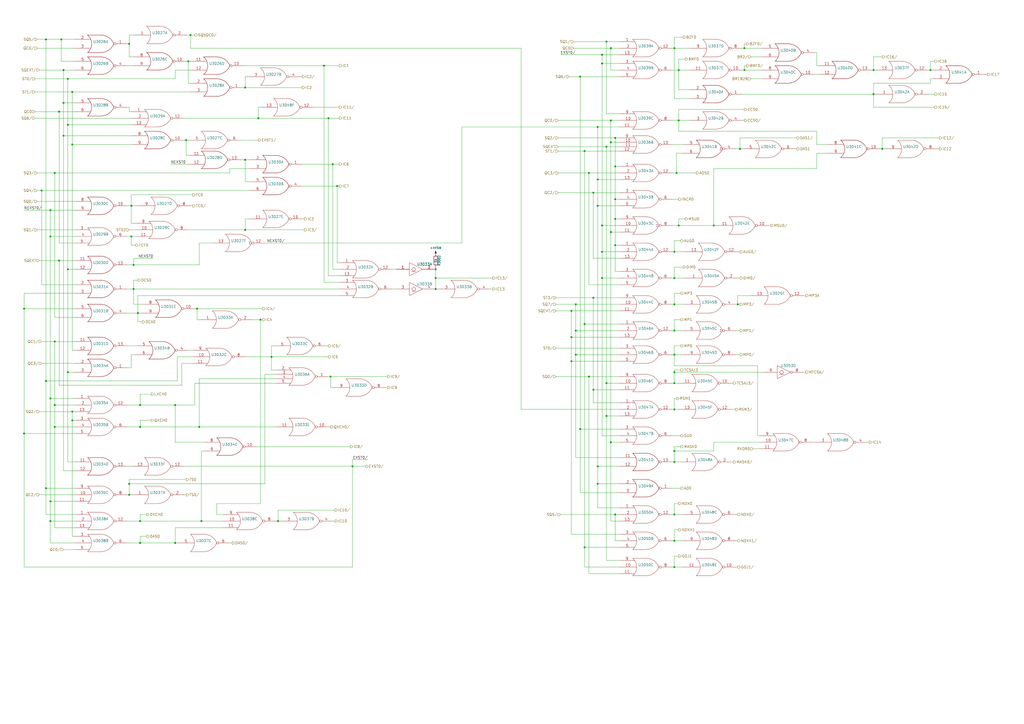
<source format=kicad_sch>
(kicad_sch (version 20211123) (generator eeschema)
  (paper "A2")
  (junction (at 356.87 115.57))
  (junction (at 109.22 35.56))
  (junction (at 31.75 100.33))
  (junction (at 346.71 104.14))
  (junction (at 506.73 54.61))
  (junction (at 539.75 40.64))
  (junction (at 80.01 181.61))
  (junction (at 354.33 69.85))
  (junction (at 81.28 314.96))
  (junction (at 101.6 234.95))
  (junction (at 391.16 298.45))
  (junction (at 149.86 68.58))
  (junction (at 101.6 314.96))
  (junction (at 354.33 256.54))
  (junction (at 252.73 156.21))
  (junction (at 157.48 207.01))
  (junction (at 29.21 231.14))
  (junction (at 41.91 83.82))
  (junction (at 77.47 153.67))
  (junction (at 506.73 40.64))
  (junction (at 331.47 209.55))
  (junction (at 391.16 215.9))
  (junction (at 339.09 187.96))
  (junction (at 339.09 317.5))
  (junction (at 142.24 133.35))
  (junction (at 391.16 27.94))
  (junction (at 26.67 283.21))
  (junction (at 351.79 241.3))
  (junction (at 76.2 137.16))
  (junction (at 24.13 110.49))
  (junction (at 39.37 72.39))
  (junction (at 331.47 195.58))
  (junction (at 356.87 80.01))
  (junction (at 187.96 38.1))
  (junction (at 13.97 179.07))
  (junction (at 427.99 176.53))
  (junction (at 393.7 40.64))
  (junction (at 351.79 24.13))
  (junction (at 115.57 247.65))
  (junction (at 142.24 92.71))
  (junction (at 391.16 222.25))
  (junction (at 29.21 137.16))
  (junction (at 41.91 53.34))
  (junction (at 511.81 86.36))
  (junction (at 391.16 146.05))
  (junction (at 74.93 287.02))
  (junction (at 13.97 251.46))
  (junction (at 431.8 27.94))
  (junction (at 151.13 185.42))
  (junction (at 81.28 247.65))
  (junction (at 341.63 100.33))
  (junction (at 391.16 313.69))
  (junction (at 351.79 85.09))
  (junction (at 346.71 270.51))
  (junction (at 334.01 191.77))
  (junction (at 142.24 50.8))
  (junction (at 351.79 222.25))
  (junction (at 344.17 226.06))
  (junction (at 77.47 167.64))
  (junction (at 391.16 161.29))
  (junction (at 29.21 302.26))
  (junction (at 391.16 237.49))
  (junction (at 35.56 22.86))
  (junction (at 39.37 156.21))
  (junction (at 393.7 69.85))
  (junction (at 334.01 205.74))
  (junction (at 252.73 167.64))
  (junction (at 36.83 78.74))
  (junction (at 76.2 119.38))
  (junction (at 349.25 31.75))
  (junction (at 190.5 68.58))
  (junction (at 107.95 81.28))
  (junction (at 191.77 218.44))
  (junction (at 344.17 172.72))
  (junction (at 31.75 198.12))
  (junction (at 356.87 142.24))
  (junction (at 331.47 180.34))
  (junction (at 252.73 161.29))
  (junction (at 334.01 176.53))
  (junction (at 110.49 20.32))
  (junction (at 391.16 328.93))
  (junction (at 161.29 302.26))
  (junction (at 31.75 247.65))
  (junction (at 74.93 280.67))
  (junction (at 354.33 82.55))
  (junction (at 391.16 261.62))
  (junction (at 356.87 298.45))
  (junction (at 393.7 130.81))
  (junction (at 414.02 130.81))
  (junction (at 204.47 270.51))
  (junction (at 81.28 234.95))
  (junction (at 349.25 130.81))
  (junction (at 114.3 179.07))
  (junction (at 41.91 238.76))
  (junction (at 31.75 234.95))
  (junction (at 116.84 302.26))
  (junction (at 391.16 176.53))
  (junction (at 195.58 107.95))
  (junction (at 336.55 248.92))
  (junction (at 391.16 205.74))
  (junction (at 39.37 215.9))
  (junction (at 29.21 290.83))
  (junction (at 193.04 95.25))
  (junction (at 391.16 191.77))
  (junction (at 344.17 111.76))
  (junction (at 429.26 86.36))
  (junction (at 354.33 134.62))
  (junction (at 346.71 280.67))
  (junction (at 341.63 218.44))
  (junction (at 354.33 27.94))
  (junction (at 356.87 127))
  (junction (at 26.67 22.86))
  (junction (at 346.71 119.38))
  (junction (at 392.43 100.33))
  (junction (at 34.29 64.77))
  (junction (at 339.09 87.63))
  (junction (at 356.87 96.52))
  (junction (at 349.25 146.05))
  (junction (at 29.21 121.92))
  (junction (at 81.28 302.26))
  (junction (at 39.37 45.72))
  (junction (at 74.93 25.4))
  (junction (at 346.71 73.66))
  (junction (at 36.83 59.69))
  (junction (at 41.91 243.84))
  (junction (at 26.67 220.98))
  (junction (at 336.55 44.45))
  (junction (at 349.25 36.83))
  (junction (at 431.8 40.64))
  (junction (at 34.29 151.13))
  (junction (at 36.83 40.64))
  (junction (at 349.25 161.29))
  (junction (at 391.16 267.97))
  (wire (pts (xy 142.24 50.8) (xy 175.26 50.8)))
  (wire (pts (xy 356.87 80.01) (xy 356.87 96.52)))
  (wire (pts (xy 43.18 179.07) (xy 13.97 179.07)))
  (wire (pts (xy 351.79 222.25) (xy 359.41 222.25)))
  (wire (pts (xy 351.79 325.12) (xy 359.41 325.12)))
  (wire (pts (xy 331.47 195.58) (xy 331.47 209.55)))
  (wire (pts (xy 73.66 302.26) (xy 81.28 302.26)))
  (wire (pts (xy 391.16 200.66) (xy 391.16 205.74)))
  (wire (pts (xy 26.67 22.86) (xy 35.56 22.86)))
  (wire (pts (xy 81.28 228.6) (xy 87.63 228.6)))
  (wire (pts (xy 106.68 270.51) (xy 204.47 270.51)))
  (wire (pts (xy 394.97 200.66) (xy 391.16 200.66)))
  (wire (pts (xy 354.33 82.55) (xy 359.41 82.55)))
  (wire (pts (xy 190.5 247.65) (xy 191.77 247.65)))
  (wire (pts (xy 116.84 261.62) (xy 118.11 261.62)))
  (wire (pts (xy 538.48 40.64) (xy 539.75 40.64)))
  (wire (pts (xy 539.75 48.26) (xy 539.75 45.72)))
  (wire (pts (xy 153.67 140.97) (xy 267.97 140.97)))
  (wire (pts (xy 349.25 252.73) (xy 359.41 252.73)))
  (wire (pts (xy 102.87 207.01) (xy 111.76 207.01)))
  (wire (pts (xy 389.89 237.49) (xy 391.16 237.49)))
  (wire (pts (xy 354.33 69.85) (xy 359.41 69.85)))
  (wire (pts (xy 74.93 133.35) (xy 78.74 133.35)))
  (wire (pts (xy 346.71 280.67) (xy 346.71 294.64)))
  (wire (pts (xy 20.32 45.72) (xy 39.37 45.72)))
  (wire (pts (xy 336.55 285.75) (xy 359.41 285.75)))
  (wire (pts (xy 173.99 44.45) (xy 175.26 44.45)))
  (wire (pts (xy 195.58 107.95) (xy 196.85 107.95)))
  (wire (pts (xy 187.96 38.1) (xy 187.96 163.83)))
  (wire (pts (xy 13.97 251.46) (xy 13.97 328.93)))
  (wire (pts (xy 391.16 170.18) (xy 394.97 170.18)))
  (wire (pts (xy 427.99 146.05) (xy 429.26 146.05)))
  (wire (pts (xy 351.79 24.13) (xy 359.41 24.13)))
  (wire (pts (xy 393.7 76.2) (xy 473.71 76.2)))
  (wire (pts (xy 391.16 307.34) (xy 393.7 307.34)))
  (wire (pts (xy 76.2 113.03) (xy 76.2 119.38)))
  (wire (pts (xy 116.84 302.26) (xy 129.54 302.26)))
  (wire (pts (xy 76.2 119.38) (xy 80.01 119.38)))
  (wire (pts (xy 392.43 100.33) (xy 392.43 88.9)))
  (wire (pts (xy 389.89 328.93) (xy 391.16 328.93)))
  (wire (pts (xy 73.66 167.64) (xy 77.47 167.64)))
  (wire (pts (xy 354.33 256.54) (xy 359.41 256.54)))
  (wire (pts (xy 107.95 20.32) (xy 110.49 20.32)))
  (wire (pts (xy 73.66 247.65) (xy 81.28 247.65)))
  (wire (pts (xy 391.16 259.08) (xy 391.16 261.62)))
  (wire (pts (xy 325.12 298.45) (xy 356.87 298.45)))
  (wire (pts (xy 389.89 146.05) (xy 391.16 146.05)))
  (wire (pts (xy 29.21 137.16) (xy 29.21 231.14)))
  (wire (pts (xy 445.77 130.81) (xy 447.04 130.81)))
  (wire (pts (xy 323.85 87.63) (xy 339.09 87.63)))
  (wire (pts (xy 426.72 86.36) (xy 429.26 86.36)))
  (wire (pts (xy 142.24 207.01) (xy 157.48 207.01)))
  (wire (pts (xy 359.41 195.58) (xy 331.47 195.58)))
  (wire (pts (xy 29.21 302.26) (xy 43.18 302.26)))
  (wire (pts (xy 34.29 64.77) (xy 43.18 64.77)))
  (wire (pts (xy 113.03 234.95) (xy 113.03 222.25)))
  (wire (pts (xy 354.33 40.64) (xy 359.41 40.64)))
  (wire (pts (xy 429.26 80.01) (xy 462.28 80.01)))
  (wire (pts (xy 21.59 100.33) (xy 31.75 100.33)))
  (wire (pts (xy 76.2 119.38) (xy 76.2 129.54)))
  (wire (pts (xy 392.43 88.9) (xy 396.24 88.9)))
  (wire (pts (xy 29.21 137.16) (xy 43.18 137.16)))
  (wire (pts (xy 105.41 223.52) (xy 105.41 210.82)))
  (wire (pts (xy 81.28 234.95) (xy 101.6 234.95)))
  (wire (pts (xy 389.89 130.81) (xy 393.7 130.81)))
  (wire (pts (xy 41.91 83.82) (xy 76.2 83.82)))
  (wire (pts (xy 510.54 86.36) (xy 511.81 86.36)))
  (wire (pts (xy 336.55 44.45) (xy 336.55 248.92)))
  (wire (pts (xy 473.71 88.9) (xy 473.71 97.79)))
  (wire (pts (xy 39.37 72.39) (xy 76.2 72.39)))
  (wire (pts (xy 39.37 215.9) (xy 39.37 267.97)))
  (wire (pts (xy 331.47 209.55) (xy 359.41 209.55)))
  (wire (pts (xy 20.32 64.77) (xy 34.29 64.77)))
  (wire (pts (xy 391.16 231.14) (xy 392.43 231.14)))
  (wire (pts (xy 252.73 161.29) (xy 285.75 161.29)))
  (wire (pts (xy 391.16 267.97) (xy 393.7 267.97)))
  (wire (pts (xy 41.91 53.34) (xy 110.49 53.34)))
  (wire (pts (xy 467.36 215.9) (xy 466.09 215.9)))
  (wire (pts (xy 431.8 25.4) (xy 431.8 27.94)))
  (wire (pts (xy 344.17 226.06) (xy 344.17 233.68)))
  (wire (pts (xy 356.87 127) (xy 356.87 142.24)))
  (wire (pts (xy 106.68 68.58) (xy 149.86 68.58)))
  (wire (pts (xy 175.26 95.25) (xy 193.04 95.25)))
  (wire (pts (xy 429.26 191.77) (xy 426.72 191.77)))
  (wire (pts (xy 431.8 38.1) (xy 431.8 40.64)))
  (wire (pts (xy 29.21 314.96) (xy 43.18 314.96)))
  (wire (pts (xy 43.18 251.46) (xy 13.97 251.46)))
  (wire (pts (xy 544.83 80.01) (xy 511.81 80.01)))
  (wire (pts (xy 76.2 113.03) (xy 111.76 113.03)))
  (wire (pts (xy 391.16 205.74) (xy 396.24 205.74)))
  (wire (pts (xy 356.87 96.52) (xy 356.87 115.57)))
  (wire (pts (xy 157.48 214.63) (xy 160.02 214.63)))
  (wire (pts (xy 427.99 328.93) (xy 426.72 328.93)))
  (wire (pts (xy 133.35 97.79) (xy 144.78 97.79)))
  (wire (pts (xy 346.71 119.38) (xy 359.41 119.38)))
  (wire (pts (xy 113.03 179.07) (xy 114.3 179.07)))
  (wire (pts (xy 344.17 111.76) (xy 344.17 149.86)))
  (wire (pts (xy 76.2 142.24) (xy 78.74 142.24)))
  (wire (pts (xy 36.83 40.64) (xy 36.83 59.69)))
  (wire (pts (xy 356.87 298.45) (xy 356.87 313.69)))
  (wire (pts (xy 74.93 287.02) (xy 76.2 287.02)))
  (wire (pts (xy 439.42 212.09) (xy 439.42 252.73)))
  (wire (pts (xy 34.29 151.13) (xy 34.29 223.52)))
  (wire (pts (xy 341.63 218.44) (xy 359.41 218.44)))
  (wire (pts (xy 13.97 179.07) (xy 13.97 251.46)))
  (wire (pts (xy 344.17 172.72) (xy 344.17 226.06)))
  (wire (pts (xy 323.85 85.09) (xy 351.79 85.09)))
  (wire (pts (xy 160.02 302.26) (xy 161.29 302.26)))
  (wire (pts (xy 302.26 237.49) (xy 359.41 237.49)))
  (wire (pts (xy 391.16 146.05) (xy 397.51 146.05)))
  (wire (pts (xy 330.2 44.45) (xy 336.55 44.45)))
  (wire (pts (xy 349.25 146.05) (xy 349.25 161.29)))
  (wire (pts (xy 391.16 322.58) (xy 393.7 322.58)))
  (wire (pts (xy 74.93 62.23) (xy 74.93 64.77)))
  (wire (pts (xy 472.44 30.48) (xy 473.71 30.48)))
  (wire (pts (xy 39.37 72.39) (xy 39.37 156.21)))
  (wire (pts (xy 391.16 191.77) (xy 396.24 191.77)))
  (wire (pts (xy 76.2 137.16) (xy 76.2 142.24)))
  (wire (pts (xy 21.59 27.94) (xy 43.18 27.94)))
  (wire (pts (xy 542.29 54.61) (xy 538.48 54.61)))
  (wire (pts (xy 101.6 45.72) (xy 101.6 40.64)))
  (wire (pts (xy 344.17 111.76) (xy 359.41 111.76)))
  (wire (pts (xy 427.99 298.45) (xy 426.72 298.45)))
  (wire (pts (xy 21.59 116.84) (xy 43.18 116.84)))
  (wire (pts (xy 441.96 45.72) (xy 435.61 45.72)))
  (wire (pts (xy 389.89 100.33) (xy 392.43 100.33)))
  (wire (pts (xy 101.6 40.64) (xy 110.49 40.64)))
  (wire (pts (xy 76.2 213.36) (xy 76.2 205.74)))
  (wire (pts (xy 36.83 40.64) (xy 43.18 40.64)))
  (wire (pts (xy 323.85 111.76) (xy 344.17 111.76)))
  (wire (pts (xy 133.35 100.33) (xy 133.35 97.79)))
  (wire (pts (xy 81.28 243.84) (xy 87.63 243.84)))
  (wire (pts (xy 393.7 63.5) (xy 393.7 69.85)))
  (wire (pts (xy 110.49 20.32) (xy 110.49 27.94)))
  (wire (pts (xy 36.83 273.05) (xy 43.18 273.05)))
  (wire (pts (xy 389.89 313.69) (xy 391.16 313.69)))
  (wire (pts (xy 125.73 292.1) (xy 125.73 298.45)))
  (wire (pts (xy 425.45 267.97) (xy 424.18 267.97)))
  (wire (pts (xy 427.99 176.53) (xy 429.26 176.53)))
  (wire (pts (xy 29.21 231.14) (xy 29.21 290.83)))
  (wire (pts (xy 322.58 172.72) (xy 344.17 172.72)))
  (wire (pts (xy 73.66 38.1) (xy 77.47 38.1)))
  (wire (pts (xy 359.41 226.06) (xy 344.17 226.06)))
  (wire (pts (xy 346.71 73.66) (xy 359.41 73.66)))
  (wire (pts (xy 149.86 68.58) (xy 190.5 68.58)))
  (wire (pts (xy 322.58 218.44) (xy 341.63 218.44)))
  (wire (pts (xy 391.16 313.69) (xy 391.16 307.34)))
  (wire (pts (xy 77.47 162.56) (xy 80.01 162.56)))
  (wire (pts (xy 436.88 260.35) (xy 440.69 260.35)))
  (wire (pts (xy 115.57 247.65) (xy 115.57 219.71)))
  (wire (pts (xy 111.76 203.2) (xy 109.22 203.2)))
  (wire (pts (xy 346.71 104.14) (xy 346.71 119.38)))
  (wire (pts (xy 24.13 210.82) (xy 43.18 210.82)))
  (wire (pts (xy 151.13 62.23) (xy 149.86 62.23)))
  (wire (pts (xy 39.37 156.21) (xy 39.37 215.9)))
  (wire (pts (xy 74.93 64.77) (xy 76.2 64.77)))
  (wire (pts (xy 339.09 187.96) (xy 359.41 187.96)))
  (wire (pts (xy 391.16 176.53) (xy 396.24 176.53)))
  (wire (pts (xy 356.87 313.69) (xy 359.41 313.69)))
  (wire (pts (xy 506.73 40.64) (xy 508 40.64)))
  (wire (pts (xy 391.16 176.53) (xy 391.16 170.18)))
  (wire (pts (xy 389.89 27.94) (xy 391.16 27.94)))
  (wire (pts (xy 142.24 92.71) (xy 144.78 92.71)))
  (wire (pts (xy 430.53 27.94) (xy 431.8 27.94)))
  (wire (pts (xy 139.7 92.71) (xy 142.24 92.71)))
  (wire (pts (xy 389.89 83.82) (xy 396.24 83.82)))
  (wire (pts (xy 339.09 87.63) (xy 359.41 87.63)))
  (wire (pts (xy 161.29 302.26) (xy 162.56 302.26)))
  (wire (pts (xy 204.47 266.7) (xy 204.47 270.51)))
  (wire (pts (xy 74.93 33.02) (xy 77.47 33.02)))
  (wire (pts (xy 31.75 247.65) (xy 43.18 247.65)))
  (wire (pts (xy 302.26 27.94) (xy 302.26 237.49)))
  (wire (pts (xy 349.25 31.75) (xy 359.41 31.75)))
  (wire (pts (xy 431.8 40.64) (xy 441.96 40.64)))
  (wire (pts (xy 144.78 127) (xy 142.24 127)))
  (wire (pts (xy 349.25 31.75) (xy 349.25 36.83)))
  (wire (pts (xy 35.56 22.86) (xy 43.18 22.86)))
  (wire (pts (xy 389.89 40.64) (xy 393.7 40.64)))
  (wire (pts (xy 73.66 153.67) (xy 77.47 153.67)))
  (wire (pts (xy 102.87 220.98) (xy 102.87 207.01)))
  (wire (pts (xy 193.04 156.21) (xy 193.04 95.25)))
  (wire (pts (xy 354.33 134.62) (xy 359.41 134.62)))
  (wire (pts (xy 433.07 38.1) (xy 431.8 38.1)))
  (wire (pts (xy 393.7 127) (xy 397.51 127)))
  (wire (pts (xy 430.53 54.61) (xy 506.73 54.61)))
  (wire (pts (xy 73.66 181.61) (xy 80.01 181.61)))
  (wire (pts (xy 31.75 198.12) (xy 43.18 198.12)))
  (wire (pts (xy 426.72 237.49) (xy 424.18 237.49)))
  (wire (pts (xy 346.71 104.14) (xy 359.41 104.14)))
  (wire (pts (xy 439.42 252.73) (xy 440.69 252.73)))
  (wire (pts (xy 346.71 270.51) (xy 346.71 280.67)))
  (wire (pts (xy 356.87 142.24) (xy 356.87 157.48)))
  (wire (pts (xy 351.79 241.3) (xy 359.41 241.3)))
  (wire (pts (xy 151.13 292.1) (xy 125.73 292.1)))
  (wire (pts (xy 142.24 105.41) (xy 142.24 92.71)))
  (wire (pts (xy 74.93 280.67) (xy 74.93 287.02)))
  (wire (pts (xy 334.01 176.53) (xy 359.41 176.53)))
  (wire (pts (xy 76.2 129.54) (xy 78.74 129.54)))
  (wire (pts (xy 73.66 270.51) (xy 76.2 270.51)))
  (wire (pts (xy 426.72 205.74) (xy 429.26 205.74)))
  (wire (pts (xy 344.17 172.72) (xy 359.41 172.72)))
  (wire (pts (xy 140.97 38.1) (xy 187.96 38.1)))
  (wire (pts (xy 391.16 154.94) (xy 391.16 161.29)))
  (wire (pts (xy 34.29 151.13) (xy 43.18 151.13)))
  (wire (pts (xy 393.7 34.29) (xy 397.51 34.29)))
  (wire (pts (xy 194.31 302.26) (xy 193.04 302.26)))
  (wire (pts (xy 77.47 167.64) (xy 196.85 167.64)))
  (wire (pts (xy 191.77 218.44) (xy 224.79 218.44)))
  (wire (pts (xy 149.86 62.23) (xy 149.86 68.58)))
  (wire (pts (xy 336.55 248.92) (xy 336.55 285.75)))
  (wire (pts (xy 391.16 328.93) (xy 391.16 322.58)))
  (wire (pts (xy 21.59 110.49) (xy 24.13 110.49)))
  (wire (pts (xy 334.01 205.74) (xy 359.41 205.74)))
  (wire (pts (xy 195.58 107.95) (xy 195.58 152.4)))
  (wire (pts (xy 393.7 40.64) (xy 400.05 40.64)))
  (wire (pts (xy 21.59 22.86) (xy 26.67 22.86)))
  (wire (pts (xy 149.86 81.28) (xy 139.7 81.28)))
  (wire (pts (xy 148.59 259.08) (xy 203.2 259.08)))
  (wire (pts (xy 77.47 176.53) (xy 82.55 176.53)))
  (wire (pts (xy 252.73 167.64) (xy 254 167.64)))
  (wire (pts (xy 473.71 83.82) (xy 480.06 83.82)))
  (wire (pts (xy 204.47 266.7) (xy 213.36 266.7)))
  (wire (pts (xy 506.73 40.64) (xy 506.73 33.02)))
  (wire (pts (xy 80.01 171.45) (xy 196.85 171.45)))
  (wire (pts (xy 426.72 176.53) (xy 427.99 176.53)))
  (wire (pts (xy 196.85 156.21) (xy 193.04 156.21)))
  (wire (pts (xy 193.04 95.25) (xy 196.85 95.25)))
  (wire (pts (xy 356.87 115.57) (xy 359.41 115.57)))
  (wire (pts (xy 506.73 48.26) (xy 539.75 48.26)))
  (wire (pts (xy 80.01 186.69) (xy 82.55 186.69)))
  (wire (pts (xy 267.97 140.97) (xy 267.97 73.66)))
  (wire (pts (xy 115.57 140.97) (xy 123.19 140.97)))
  (wire (pts (xy 204.47 270.51) (xy 204.47 328.93)))
  (wire (pts (xy 151.13 185.42) (xy 151.13 292.1)))
  (wire (pts (xy 142.24 133.35) (xy 176.53 133.35)))
  (wire (pts (xy 339.09 187.96) (xy 339.09 317.5)))
  (wire (pts (xy 78.74 200.66) (xy 73.66 200.66)))
  (wire (pts (xy 351.79 241.3) (xy 351.79 325.12)))
  (wire (pts (xy 110.49 27.94) (xy 302.26 27.94)))
  (wire (pts (xy 74.93 278.13) (xy 107.95 278.13)))
  (wire (pts (xy 414.02 256.54) (xy 440.69 256.54)))
  (wire (pts (xy 223.52 224.79) (xy 224.79 224.79)))
  (wire (pts (xy 341.63 100.33) (xy 341.63 165.1)))
  (wire (pts (xy 511.81 86.36) (xy 513.08 86.36)))
  (wire (pts (xy 107.95 90.17) (xy 109.22 90.17)))
  (wire (pts (xy 158.75 200.66) (xy 157.48 200.66)))
  (wire (pts (xy 81.28 234.95) (xy 81.28 228.6)))
  (wire (pts (xy 20.32 53.34) (xy 41.91 53.34)))
  (wire (pts (xy 161.29 302.26) (xy 161.29 295.91)))
  (wire (pts (xy 396.24 154.94) (xy 391.16 154.94)))
  (wire (pts (xy 116.84 302.26) (xy 116.84 261.62)))
  (wire (pts (xy 110.49 119.38) (xy 111.76 119.38)))
  (wire (pts (xy 252.73 156.21) (xy 252.73 161.29)))
  (wire (pts (xy 466.09 171.45) (xy 467.36 171.45)))
  (wire (pts (xy 346.71 73.66) (xy 346.71 104.14)))
  (wire (pts (xy 29.21 302.26) (xy 29.21 314.96)))
  (wire (pts (xy 24.13 198.12) (xy 31.75 198.12)))
  (wire (pts (xy 181.61 62.23) (xy 196.85 62.23)))
  (wire (pts (xy 393.7 130.81) (xy 414.02 130.81)))
  (wire (pts (xy 323.85 69.85) (xy 354.33 69.85)))
  (wire (pts (xy 391.16 139.7) (xy 391.16 146.05)))
  (wire (pts (xy 142.24 127) (xy 142.24 133.35)))
  (wire (pts (xy 80.01 181.61) (xy 82.55 181.61)))
  (wire (pts (xy 114.3 179.07) (xy 114.3 185.42)))
  (wire (pts (xy 389.89 298.45) (xy 391.16 298.45)))
  (wire (pts (xy 391.16 313.69) (xy 396.24 313.69)))
  (wire (pts (xy 391.16 185.42) (xy 394.97 185.42)))
  (wire (pts (xy 144.78 105.41) (xy 142.24 105.41)))
  (wire (pts (xy 41.91 243.84) (xy 41.91 311.15)))
  (wire (pts (xy 334.01 176.53) (xy 334.01 191.77)))
  (wire (pts (xy 107.95 81.28) (xy 109.22 81.28)))
  (wire (pts (xy 346.71 294.64) (xy 359.41 294.64)))
  (wire (pts (xy 43.18 234.95) (xy 31.75 234.95)))
  (wire (pts (xy 331.47 180.34) (xy 331.47 195.58)))
  (wire (pts (xy 24.13 165.1) (xy 24.13 110.49)))
  (wire (pts (xy 26.67 298.45) (xy 43.18 298.45)))
  (wire (pts (xy 339.09 317.5) (xy 359.41 317.5)))
  (wire (pts (xy 389.89 176.53) (xy 391.16 176.53)))
  (wire (pts (xy 34.29 64.77) (xy 34.29 140.97)))
  (wire (pts (xy 511.81 80.01) (xy 511.81 86.36)))
  (wire (pts (xy 41.91 83.82) (xy 41.91 203.2)))
  (wire (pts (xy 176.53 127) (xy 175.26 127)))
  (wire (pts (xy 430.53 69.85) (xy 431.8 69.85)))
  (wire (pts (xy 433.07 25.4) (xy 431.8 25.4)))
  (wire (pts (xy 73.66 119.38) (xy 76.2 119.38)))
  (wire (pts (xy 391.16 205.74) (xy 391.16 212.09)))
  (wire (pts (xy 36.83 78.74) (xy 76.2 78.74)))
  (wire (pts (xy 393.7 115.57) (xy 389.89 115.57)))
  (wire (pts (xy 393.7 63.5) (xy 431.8 63.5)))
  (wire (pts (xy 26.67 283.21) (xy 43.18 283.21)))
  (wire (pts (xy 140.97 50.8) (xy 142.24 50.8)))
  (wire (pts (xy 391.16 21.59) (xy 391.16 27.94)))
  (wire (pts (xy 356.87 298.45) (xy 359.41 298.45)))
  (wire (pts (xy 115.57 219.71) (xy 160.02 219.71)))
  (wire (pts (xy 539.75 45.72) (xy 541.02 45.72)))
  (wire (pts (xy 39.37 45.72) (xy 101.6 45.72)))
  (wire (pts (xy 146.05 185.42) (xy 151.13 185.42)))
  (wire (pts (xy 393.7 34.29) (xy 393.7 40.64)))
  (wire (pts (xy 285.75 167.64) (xy 284.48 167.64)))
  (wire (pts (xy 351.79 66.04) (xy 359.41 66.04)))
  (wire (pts (xy 391.16 57.15) (xy 400.05 57.15)))
  (wire (pts (xy 31.75 100.33) (xy 133.35 100.33)))
  (wire (pts (xy 349.25 161.29) (xy 359.41 161.29)))
  (wire (pts (xy 252.73 154.94) (xy 252.73 156.21)))
  (wire (pts (xy 107.95 81.28) (xy 107.95 90.17)))
  (wire (pts (xy 431.8 27.94) (xy 441.96 27.94)))
  (wire (pts (xy 73.66 287.02) (xy 74.93 287.02)))
  (wire (pts (xy 391.16 161.29) (xy 397.51 161.29)))
  (wire (pts (xy 34.29 223.52) (xy 105.41 223.52)))
  (wire (pts (xy 142.24 44.45) (xy 142.24 50.8)))
  (wire (pts (xy 73.66 213.36) (xy 76.2 213.36)))
  (wire (pts (xy 26.67 283.21) (xy 26.67 298.45)))
  (wire (pts (xy 81.28 298.45) (xy 85.09 298.45)))
  (wire (pts (xy 29.21 121.92) (xy 43.18 121.92)))
  (wire (pts (xy 191.77 224.79) (xy 193.04 224.79)))
  (wire (pts (xy 73.66 62.23) (xy 74.93 62.23)))
  (wire (pts (xy 73.66 137.16) (xy 76.2 137.16)))
  (wire (pts (xy 77.47 167.64) (xy 77.47 176.53)))
  (wire (pts (xy 41.91 238.76) (xy 41.91 243.84)))
  (wire (pts (xy 506.73 48.26) (xy 506.73 54.61)))
  (wire (pts (xy 125.73 298.45) (xy 129.54 298.45)))
  (wire (pts (xy 21.59 133.35) (xy 43.18 133.35)))
  (wire (pts (xy 346.71 280.67) (xy 359.41 280.67)))
  (wire (pts (xy 29.21 290.83) (xy 29.21 302.26)))
  (wire (pts (xy 76.2 137.16) (xy 78.74 137.16)))
  (wire (pts (xy 391.16 215.9) (xy 443.23 215.9)))
  (wire (pts (xy 114.3 179.07) (xy 152.4 179.07)))
  (wire (pts (xy 414.02 130.81) (xy 415.29 130.81)))
  (wire (pts (xy 349.25 130.81) (xy 349.25 146.05)))
  (wire (pts (xy 427.99 161.29) (xy 429.26 161.29)))
  (wire (pts (xy 41.91 203.2) (xy 43.18 203.2)))
  (wire (pts (xy 322.58 180.34) (xy 331.47 180.34)))
  (wire (pts (xy 334.01 191.77) (xy 334.01 205.74)))
  (wire (pts (xy 393.7 130.81) (xy 393.7 127)))
  (wire (pts (xy 101.6 314.96) (xy 102.87 314.96)))
  (wire (pts (xy 43.18 170.18) (xy 13.97 170.18)))
  (wire (pts (xy 34.29 140.97) (xy 43.18 140.97)))
  (wire (pts (xy 31.75 247.65) (xy 31.75 306.07)))
  (wire (pts (xy 571.5 43.18) (xy 572.77 43.18)))
  (wire (pts (xy 349.25 161.29) (xy 349.25 252.73)))
  (wire (pts (xy 36.83 318.77) (xy 43.18 318.77)))
  (wire (pts (xy 394.97 252.73) (xy 389.89 252.73)))
  (wire (pts (xy 429.26 86.36) (xy 429.26 80.01)))
  (wire (pts (xy 81.28 314.96) (xy 101.6 314.96)))
  (wire (pts (xy 506.73 62.23) (xy 542.29 62.23)))
  (wire (pts (xy 339.09 328.93) (xy 359.41 328.93)))
  (wire (pts (xy 393.7 40.64) (xy 393.7 52.07)))
  (wire (pts (xy 389.89 161.29) (xy 391.16 161.29)))
  (wire (pts (xy 389.89 283.21) (xy 394.97 283.21)))
  (wire (pts (xy 187.96 38.1) (xy 196.85 38.1)))
  (wire (pts (xy 143.51 44.45) (xy 142.24 44.45)))
  (wire (pts (xy 322.58 176.53) (xy 334.01 176.53)))
  (wire (pts (xy 36.83 59.69) (xy 36.83 78.74)))
  (wire (pts (xy 331.47 209.55) (xy 331.47 309.88)))
  (wire (pts (xy 204.47 328.93) (xy 13.97 328.93)))
  (wire (pts (xy 505.46 40.64) (xy 506.73 40.64)))
  (wire (pts (xy 351.79 222.25) (xy 351.79 241.3)))
  (wire (pts (xy 391.16 215.9) (xy 391.16 222.25)))
  (wire (pts (xy 107.95 35.56) (xy 109.22 35.56)))
  (wire (pts (xy 151.13 185.42) (xy 152.4 185.42)))
  (wire (pts (xy 191.77 218.44) (xy 191.77 224.79)))
  (wire (pts (xy 134.62 314.96) (xy 133.35 314.96)))
  (wire (pts (xy 389.89 267.97) (xy 391.16 267.97)))
  (wire (pts (xy 118.11 256.54) (xy 101.6 256.54)))
  (wire (pts (xy 101.6 256.54) (xy 101.6 234.95)))
  (wire (pts (xy 227.33 167.64) (xy 229.87 167.64)))
  (wire (pts (xy 43.18 165.1) (xy 24.13 165.1)))
  (wire (pts (xy 341.63 100.33) (xy 359.41 100.33)))
  (wire (pts (xy 190.5 68.58) (xy 196.85 68.58)))
  (wire (pts (xy 473.71 30.48) (xy 473.71 38.1)))
  (wire (pts (xy 336.55 248.92) (xy 359.41 248.92)))
  (wire (pts (xy 429.26 86.36) (xy 430.53 86.36)))
  (wire (pts (xy 175.26 107.95) (xy 195.58 107.95)))
  (wire (pts (xy 190.5 218.44) (xy 191.77 218.44)))
  (wire (pts (xy 101.6 306.07) (xy 129.54 306.07)))
  (wire (pts (xy 31.75 184.15) (xy 43.18 184.15)))
  (wire (pts (xy 334.01 205.74) (xy 334.01 265.43)))
  (wire (pts (xy 356.87 142.24) (xy 359.41 142.24)))
  (wire (pts (xy 354.33 82.55) (xy 354.33 134.62)))
  (wire (pts (xy 389.89 205.74) (xy 391.16 205.74)))
  (wire (pts (xy 506.73 33.02) (xy 511.81 33.02)))
  (wire (pts (xy 344.17 149.86) (xy 359.41 149.86)))
  (wire (pts (xy 394.97 139.7) (xy 391.16 139.7)))
  (wire (pts (xy 153.67 280.67) (xy 74.93 280.67)))
  (wire (pts (xy 539.75 40.64) (xy 539.75 35.56)))
  (wire (pts (xy 41.91 238.76) (xy 43.18 238.76)))
  (wire (pts (xy 323.85 100.33) (xy 341.63 100.33)))
  (wire (pts (xy 427.99 171.45) (xy 427.99 176.53)))
  (wire (pts (xy 13.97 121.92) (xy 29.21 121.92)))
  (wire (pts (xy 41.91 243.84) (xy 43.18 243.84)))
  (wire (pts (xy 157.48 207.01) (xy 157.48 214.63)))
  (wire (pts (xy 356.87 115.57) (xy 356.87 127)))
  (wire (pts (xy 31.75 184.15) (xy 31.75 100.33)))
  (wire (pts (xy 101.6 234.95) (xy 113.03 234.95)))
  (wire (pts (xy 391.16 222.25) (xy 393.7 222.25)))
  (wire (pts (xy 391.16 292.1) (xy 393.7 292.1)))
  (wire (pts (xy 356.87 157.48) (xy 359.41 157.48)))
  (wire (pts (xy 105.41 210.82) (xy 111.76 210.82)))
  (wire (pts (xy 391.16 27.94) (xy 400.05 27.94)))
  (wire (pts (xy 349.25 146.05) (xy 359.41 146.05)))
  (wire (pts (xy 153.67 217.17) (xy 153.67 280.67)))
  (wire (pts (xy 359.41 36.83) (xy 349.25 36.83)))
  (wire (pts (xy 325.12 31.75) (xy 349.25 31.75)))
  (wire (pts (xy 77.47 153.67) (xy 77.47 149.86)))
  (wire (pts (xy 341.63 218.44) (xy 341.63 332.74)))
  (wire (pts (xy 391.16 27.94) (xy 391.16 57.15)))
  (wire (pts (xy 13.97 170.18) (xy 13.97 179.07)))
  (wire (pts (xy 351.79 85.09) (xy 351.79 222.25)))
  (wire (pts (xy 354.33 69.85) (xy 354.33 82.55)))
  (wire (pts (xy 391.16 261.62) (xy 391.16 267.97)))
  (wire (pts (xy 190.5 200.66) (xy 189.23 200.66)))
  (wire (pts (xy 391.16 298.45) (xy 391.16 292.1)))
  (wire (pts (xy 24.13 110.49) (xy 144.78 110.49)))
  (wire (pts (xy 544.83 86.36) (xy 543.56 86.36)))
  (wire (pts (xy 331.47 309.88) (xy 359.41 309.88)))
  (wire (pts (xy 393.7 52.07) (xy 400.05 52.07)))
  (wire (pts (xy 115.57 247.65) (xy 160.02 247.65)))
  (wire (pts (xy 204.47 270.51) (xy 212.09 270.51)))
  (wire (pts (xy 74.93 25.4) (xy 74.93 33.02)))
  (wire (pts (xy 331.47 180.34) (xy 359.41 180.34)))
  (wire (pts (xy 414.02 97.79) (xy 414.02 130.81)))
  (wire (pts (xy 504.19 256.54) (xy 502.92 256.54)))
  (wire (pts (xy 80.01 181.61) (xy 80.01 186.69)))
  (wire (pts (xy 35.56 22.86) (xy 35.56 35.56)))
  (wire (pts (xy 81.28 247.65) (xy 115.57 247.65)))
  (wire (pts (xy 81.28 302.26) (xy 116.84 302.26)))
  (wire (pts (xy 109.22 35.56) (xy 110.49 35.56)))
  (wire (pts (xy 349.25 130.81) (xy 359.41 130.81)))
  (wire (pts (xy 31.75 198.12) (xy 31.75 234.95)))
  (wire (pts (xy 472.44 256.54) (xy 471.17 256.54)))
  (wire (pts (xy 101.6 314.96) (xy 101.6 306.07)))
  (wire (pts (xy 389.89 222.25) (xy 391.16 222.25)))
  (wire (pts (xy 426.72 313.69) (xy 427.99 313.69)))
  (wire (pts (xy 29.21 290.83) (xy 43.18 290.83)))
  (wire (pts (xy 359.41 191.77) (xy 334.01 191.77)))
  (wire (pts (xy 31.75 234.95) (xy 31.75 247.65)))
  (wire (pts (xy 346.71 270.51) (xy 359.41 270.51)))
  (wire (pts (xy 354.33 27.94) (xy 359.41 27.94)))
  (wire (pts (xy 196.85 160.02) (xy 190.5 160.02)))
  (wire (pts (xy 73.66 25.4) (xy 74.93 25.4)))
  (wire (pts (xy 356.87 96.52) (xy 359.41 96.52)))
  (wire (pts (xy 339.09 317.5) (xy 339.09 328.93)))
  (wire (pts (xy 473.71 38.1) (xy 474.98 38.1)))
  (wire (pts (xy 157.48 207.01) (xy 190.5 207.01)))
  (wire (pts (xy 81.28 314.96) (xy 81.28 311.15)))
  (wire (pts (xy 190.5 160.02) (xy 190.5 68.58)))
  (wire (pts (xy 29.21 121.92) (xy 29.21 137.16)))
  (wire (pts (xy 391.16 21.59) (xy 396.24 21.59)))
  (wire (pts (xy 80.01 171.45) (xy 80.01 181.61)))
  (wire (pts (xy 195.58 152.4) (xy 196.85 152.4)))
  (wire (pts (xy 31.75 306.07) (xy 43.18 306.07)))
  (wire (pts (xy 344.17 233.68) (xy 359.41 233.68)))
  (wire (pts (xy 356.87 80.01) (xy 359.41 80.01)))
  (wire (pts (xy 252.73 161.29) (xy 252.73 167.64)))
  (wire (pts (xy 161.29 295.91) (xy 194.31 295.91)))
  (wire (pts (xy 73.66 314.96) (xy 81.28 314.96)))
  (wire (pts (xy 74.93 20.32) (xy 74.93 25.4)))
  (wire (pts (xy 267.97 73.66) (xy 346.71 73.66)))
  (wire (pts (xy 392.43 100.33) (xy 403.86 100.33)))
  (wire (pts (xy 391.16 237.49) (xy 391.16 231.14)))
  (wire (pts (xy 435.61 171.45) (xy 427.99 171.45)))
  (wire (pts (xy 391.16 212.09) (xy 439.42 212.09)))
  (wire (pts (xy 356.87 127) (xy 359.41 127)))
  (wire (pts (xy 336.55 44.45) (xy 359.41 44.45)))
  (wire (pts (xy 506.73 54.61) (xy 506.73 62.23)))
  (wire (pts (xy 109.22 35.56) (xy 109.22 48.26)))
  (wire (pts (xy 81.28 247.65) (xy 81.28 243.84)))
  (wire (pts (xy 81.28 311.15) (xy 85.09 311.15)))
  (wire (pts (xy 472.44 43.18) (xy 474.98 43.18)))
  (wire (pts (xy 414.02 261.62) (xy 414.02 256.54)))
  (wire (pts (xy 77.47 153.67) (xy 115.57 153.67)))
  (wire (pts (xy 20.32 68.58) (xy 76.2 68.58)))
  (wire (pts (xy 354.33 302.26) (xy 359.41 302.26)))
  (wire (pts (xy 39.37 45.72) (xy 39.37 72.39)))
  (wire (pts (xy 349.25 36.83) (xy 349.25 130.81)))
  (wire (pts (xy 77.47 149.86) (xy 88.9 149.86)))
  (wire (pts (xy 41.91 311.15) (xy 43.18 311.15)))
  (wire (pts (xy 74.93 20.32) (xy 77.47 20.32)))
  (wire (pts (xy 115.57 153.67) (xy 115.57 140.97)))
  (wire (pts (xy 473.71 97.79) (xy 414.02 97.79)))
  (wire (pts (xy 341.63 332.74) (xy 359.41 332.74)))
  (wire (pts (xy 332.74 27.94) (xy 354.33 27.94)))
  (wire (pts (xy 391.16 261.62) (xy 414.02 261.62)))
  (wire (pts (xy 389.89 69.85) (xy 393.7 69.85)))
  (wire (pts (xy 73.66 234.95) (xy 81.28 234.95)))
  (wire (pts (xy 539.75 35.56) (xy 542.29 35.56)))
  (wire (pts (xy 77.47 162.56) (xy 77.47 167.64)))
  (wire (pts (xy 334.01 265.43) (xy 359.41 265.43)))
  (wire (pts (xy 106.68 81.28) (xy 107.95 81.28)))
  (wire (pts (xy 29.21 231.14) (xy 43.18 231.14)))
  (wire (pts (xy 391.16 328.93) (xy 396.24 328.93)))
  (wire (pts (xy 393.7 69.85) (xy 393.7 76.2)))
  (wire (pts (xy 36.83 78.74) (xy 36.83 273.05)))
  (wire (pts (xy 473.71 76.2) (xy 473.71 83.82)))
  (wire (pts (xy 113.03 222.25) (xy 160.02 222.25)))
  (wire (pts (xy 354.33 256.54) (xy 354.33 302.26)))
  (wire (pts (xy 341.63 165.1) (xy 359.41 165.1)))
  (wire (pts (xy 332.74 24.13) (xy 351.79 24.13)))
  (wire (pts (xy 351.79 24.13) (xy 351.79 66.04)))
  (wire (pts (xy 26.67 220.98) (xy 26.67 283.21)))
  (wire (pts (xy 391.16 237.49) (xy 393.7 237.49)))
  (wire (pts (xy 106.68 287.02) (xy 107.95 287.02)))
  (wire (pts (xy 153.67 217.17) (xy 160.02 217.17)))
  (wire (pts (xy 22.86 40.64) (xy 36.83 40.64)))
  (wire (pts (xy 99.06 95.25) (xy 109.22 95.25)))
  (wire (pts (xy 351.79 85.09) (xy 359.41 85.09)))
  (wire (pts (xy 391.16 214.63) (xy 391.16 215.9)))
  (wire (pts (xy 76.2 205.74) (xy 78.74 205.74)))
  (wire (pts (xy 39.37 215.9) (xy 43.18 215.9)))
  (wire (pts (xy 346.71 119.38) (xy 346.71 270.51)))
  (wire (pts (xy 74.93 278.13) (xy 74.93 280.67)))
  (wire (pts (xy 506.73 54.61) (xy 508 54.61)))
  (wire (pts (xy 22.86 238.76) (xy 41.91 238.76)))
  (wire (pts (xy 393.7 69.85) (xy 400.05 69.85)))
  (wire (pts (xy 26.67 22.86) (xy 26.67 220.98)))
  (wire (pts (xy 22.86 287.02) (xy 43.18 287.02)))
  (wire (pts (xy 391.16 191.77) (xy 391.16 185.42)))
  (wire (pts (xy 22.86 151.13) (xy 34.29 151.13)))
  (wire (pts (xy 114.3 185.42) (xy 115.57 185.42)))
  (wire (pts (xy 354.33 27.94) (xy 354.33 40.64)))
  (wire (pts (xy 39.37 156.21) (xy 43.18 156.21)))
  (wire (pts (xy 435.61 33.02) (xy 441.96 33.02)))
  (wire (pts (xy 81.28 302.26) (xy 81.28 298.45)))
  (wire (pts (xy 359.41 201.93) (xy 322.58 201.93)))
  (wire (pts (xy 109.22 133.35) (xy 142.24 133.35)))
  (wire (pts (xy 323.85 80.01) (xy 356.87 80.01)))
  (wire (pts (xy 26.67 220.98) (xy 102.87 220.98)))
  (wire (pts (xy 430.53 40.64) (xy 431.8 40.64)))
  (wire (pts (xy 35.56 35.56) (xy 43.18 35.56)))
  (wire (pts (xy 354.33 134.62) (xy 354.33 256.54)))
  (wire (pts (xy 39.37 267.97) (xy 43.18 267.97)))
  (wire (pts (xy 462.28 86.36) (xy 461.01 86.36)))
  (wire (pts (xy 110.49 20.32) (xy 113.03 20.32)))
  (wire (pts (xy 539.75 40.64) (xy 541.02 40.64)))
  (wire (pts (xy 391.16 298.45) (xy 396.24 298.45)))
  (wire (pts (xy 36.83 59.69) (xy 43.18 59.69)))
  (wire (pts (xy 109.22 48.26) (xy 110.49 48.26)))
  (wire (pts (xy 187.96 163.83) (xy 196.85 163.83)))
  (wire (pts (xy 389.89 191.77) (xy 391.16 191.77)))
  (wire (pts (xy 227.33 156.21) (xy 229.87 156.21)))
  (wire (pts (xy 157.48 200.66) (xy 157.48 207.01)))
  (wire (pts (xy 424.18 222.25) (xy 425.45 222.25)))
  (wire (pts (xy 391.16 214.63) (xy 394.97 214.63)))
  (wire (pts (xy 339.09 87.63) (xy 339.09 187.96)))
  (wire (pts (xy 480.06 88.9) (xy 473.71 88.9)))
  (wire (pts (xy 391.16 259.08) (xy 394.97 259.08)))
  (wire (pts (xy 41.91 53.34) (xy 41.91 83.82)))
  (label "EXST0/" (at 213.36 266.7 180) (effects (font (size 1.524 1.524))))
  (label "EXST0/" (at 325.12 31.75 0) (effects (font (size 1.524 1.524))))
  (label "NEXST0/" (at 165.1 140.97 180) (effects (font (size 1.524 1.524))))
  (label "NEXST0" (at 99.06 95.25 0) (effects (font (size 1.524 1.524))))
  (label "NEXST0/" (at 13.97 121.92 0) (effects (font (size 1.524 1.524))))
  (label "NEXST0" (at 88.9 149.86 180) (effects (font (size 1.524 1.524))))
  (hierarchical_label "SQEXT" (shape input) (at 22.86 151.13 180) (effects (font (size 1.524 1.524))))
  (hierarchical_label "MP3A" (shape output) (at 467.36 171.45 0) (effects (font (size 1.524 1.524))))
  (hierarchical_label "TC0/" (shape output) (at 111.76 119.38 0) (effects (font (size 1.524 1.524))))
  (hierarchical_label "NDXX1" (shape output) (at 393.7 307.34 0) (effects (font (size 1.524 1.524))))
  (hierarchical_label "QC0" (shape input) (at 20.32 64.77 180) (effects (font (size 1.524 1.524))))
  (hierarchical_label "TC0" (shape output) (at 111.76 113.03 0) (effects (font (size 1.524 1.524))))
  (hierarchical_label "ADS0" (shape output) (at 403.86 100.33 0) (effects (font (size 1.524 1.524))))
  (hierarchical_label "AD0" (shape output) (at 394.97 283.21 0) (effects (font (size 1.524 1.524))))
  (hierarchical_label "DAS1/" (shape output) (at 462.28 80.01 0) (effects (font (size 1.524 1.524))))
  (hierarchical_label "SQ7/" (shape input) (at 322.58 176.53 180) (effects (font (size 1.524 1.524))))
  (hierarchical_label "IC7" (shape output) (at 196.85 107.95 0) (effects (font (size 1.524 1.524))))
  (hierarchical_label "IC4" (shape output) (at 152.4 185.42 0) (effects (font (size 1.524 1.524))))
  (hierarchical_label "CCS0" (shape output) (at 431.8 63.5 0) (effects (font (size 1.524 1.524))))
  (hierarchical_label "DXCH0" (shape output) (at 85.09 298.45 0) (effects (font (size 1.524 1.524))))
  (hierarchical_label "RSM3/" (shape output) (at 426.72 237.49 0) (effects (font (size 1.524 1.524))))
  (hierarchical_label "ST1/" (shape input) (at 20.32 53.34 180) (effects (font (size 1.524 1.524))))
  (hierarchical_label "DAS1" (shape output) (at 462.28 86.36 0) (effects (font (size 1.524 1.524))))
  (hierarchical_label "IC5" (shape output) (at 190.5 207.01 0) (effects (font (size 1.524 1.524))))
  (hierarchical_label "MP3" (shape output) (at 394.97 170.18 0) (effects (font (size 1.524 1.524))))
  (hierarchical_label "SQEXT/" (shape input) (at 22.86 40.64 180) (effects (font (size 1.524 1.524))))
  (hierarchical_label "BMF0/" (shape output) (at 433.07 38.1 0) (effects (font (size 1.524 1.524))))
  (hierarchical_label "IC3/" (shape output) (at 176.53 133.35 0) (effects (font (size 1.524 1.524))))
  (hierarchical_label "DIM0" (shape output) (at 396.24 154.94 0) (effects (font (size 1.524 1.524))))
  (hierarchical_label "ST1/" (shape input) (at 323.85 87.63 180) (effects (font (size 1.524 1.524))))
  (hierarchical_label "IC13" (shape output) (at 285.75 167.64 0) (effects (font (size 1.524 1.524))))
  (hierarchical_label "QC3/" (shape input) (at 323.85 100.33 180) (effects (font (size 1.524 1.524))))
  (hierarchical_label "MP1" (shape output) (at 394.97 185.42 0) (effects (font (size 1.524 1.524))))
  (hierarchical_label "MSU0/" (shape output) (at 447.04 130.81 0) (effects (font (size 1.524 1.524))))
  (hierarchical_label "SQ5QC0/" (shape output) (at 113.03 20.32 0) (effects (font (size 1.524 1.524))))
  (hierarchical_label "AUG0/" (shape output) (at 429.26 146.05 0) (effects (font (size 1.524 1.524))))
  (hierarchical_label "SQ0/" (shape input) (at 322.58 218.44 180) (effects (font (size 1.524 1.524))))
  (hierarchical_label "SU0" (shape output) (at 394.97 252.73 0) (effects (font (size 1.524 1.524))))
  (hierarchical_label "ST0/" (shape input) (at 20.32 45.72 180) (effects (font (size 1.524 1.524))))
  (hierarchical_label "SQ6/" (shape input) (at 330.2 44.45 180) (effects (font (size 1.524 1.524))))
  (hierarchical_label "TS0" (shape output) (at 107.95 278.13 0) (effects (font (size 1.524 1.524))))
  (hierarchical_label "IC11/" (shape output) (at 196.85 62.23 0) (effects (font (size 1.524 1.524))))
  (hierarchical_label "QC0/" (shape input) (at 323.85 69.85 180) (effects (font (size 1.524 1.524))))
  (hierarchical_label "QC2/" (shape input) (at 22.86 287.02 180) (effects (font (size 1.524 1.524))))
  (hierarchical_label "MP1/" (shape output) (at 429.26 191.77 0) (effects (font (size 1.524 1.524))))
  (hierarchical_label "MP3/" (shape output) (at 429.26 176.53 0) (effects (font (size 1.524 1.524))))
  (hierarchical_label "BZF0/" (shape output) (at 433.07 25.4 0) (effects (font (size 1.524 1.524))))
  (hierarchical_label "BR1B2B" (shape input) (at 435.61 45.72 180) (effects (font (size 1.524 1.524))))
  (hierarchical_label "IC8/" (shape output) (at 203.2 259.08 0) (effects (font (size 1.524 1.524))))
  (hierarchical_label "DAS0" (shape output) (at 85.09 311.15 0) (effects (font (size 1.524 1.524))))
  (hierarchical_label "SQ1/" (shape input) (at 21.59 133.35 180) (effects (font (size 1.524 1.524))))
  (hierarchical_label "SQ5/" (shape input) (at 21.59 22.86 180) (effects (font (size 1.524 1.524))))
  (hierarchical_label "IC17" (shape output) (at 572.77 43.18 0) (effects (font (size 1.524 1.524))))
  (hierarchical_label "IC6" (shape output) (at 196.85 95.25 0) (effects (font (size 1.524 1.524))))
  (hierarchical_label "DAS0/" (shape output) (at 134.62 314.96 0) (effects (font (size 1.524 1.524))))
  (hierarchical_label "IC13/" (shape output) (at 285.75 161.29 0) (effects (font (size 1.524 1.524))))
  (hierarchical_label "RXOR0" (shape input) (at 436.88 260.35 180) (effects (font (size 1.524 1.524))))
  (hierarchical_label "IC15" (shape output) (at 542.29 54.61 0) (effects (font (size 1.524 1.524))))
  (hierarchical_label "AUG0" (shape output) (at 394.97 139.7 0) (effects (font (size 1.524 1.524))))
  (hierarchical_label "NDX0/" (shape output) (at 427.99 298.45 0) (effects (font (size 1.524 1.524))))
  (hierarchical_label "MASK0/" (shape output) (at 425.45 267.97 0) (effects (font (size 1.524 1.524))))
  (hierarchical_label "QC2/" (shape input) (at 323.85 111.76 180) (effects (font (size 1.524 1.524))))
  (hierarchical_label "IC14" (shape output) (at 504.19 256.54 0) (effects (font (size 1.524 1.524))))
  (hierarchical_label "IC4/" (shape output) (at 152.4 179.07 0) (effects (font (size 1.524 1.524))))
  (hierarchical_label "IC5/" (shape output) (at 190.5 200.66 0) (effects (font (size 1.524 1.524))))
  (hierarchical_label "GOJ1" (shape output) (at 393.7 322.58 0) (effects (font (size 1.524 1.524))))
  (hierarchical_label "SQ1/" (shape input) (at 332.74 24.13 180) (effects (font (size 1.524 1.524))))
  (hierarchical_label "QC3/" (shape input) (at 24.13 210.82 180) (effects (font (size 1.524 1.524))))
  (hierarchical_label "QC0" (shape input) (at 332.74 27.94 180) (effects (font (size 1.524 1.524))))
  (hierarchical_label "TS0/" (shape output) (at 107.95 287.02 0) (effects (font (size 1.524 1.524))))
  (hierarchical_label "QC0/" (shape input) (at 36.83 318.77 180) (effects (font (size 1.524 1.524))))
  (hierarchical_label "RSM3" (shape output) (at 392.43 231.14 0) (effects (font (size 1.524 1.524))))
  (hierarchical_label "IC1" (shape output) (at 196.85 38.1 0) (effects (font (size 1.524 1.524))))
  (hierarchical_label "IC10" (shape output) (at 194.31 302.26 0) (effects (font (size 1.524 1.524))))
  (hierarchical_label "SQEXT" (shape input) (at 323.85 85.09 180) (effects (font (size 1.524 1.524))))
  (hierarchical_label "TCSAJ3/" (shape output) (at 425.45 222.25 0) (effects (font (size 1.524 1.524))))
  (hierarchical_label "TCSAJ3" (shape output) (at 394.97 214.63 0) (effects (font (size 1.524 1.524))))
  (hierarchical_label "ST3/" (shape input) (at 322.58 172.72 180) (effects (font (size 1.524 1.524))))
  (hierarchical_label "IC9" (shape output) (at 224.79 224.79 0) (effects (font (size 1.524 1.524))))
  (hierarchical_label "MP0/" (shape output) (at 429.26 205.74 0) (effects (font (size 1.524 1.524))))
  (hierarchical_label "EXST1/" (shape output) (at 149.86 81.28 0) (effects (font (size 1.524 1.524))))
  (hierarchical_label "QXCH0/" (shape output) (at 191.77 247.65 0) (effects (font (size 1.524 1.524))))
  (hierarchical_label "CCS0/" (shape output) (at 431.8 69.85 0) (effects (font (size 1.524 1.524))))
  (hierarchical_label "TCF0" (shape output) (at 78.74 142.24 0) (effects (font (size 1.524 1.524))))
  (hierarchical_label "MP0" (shape output) (at 394.97 200.66 0) (effects (font (size 1.524 1.524))))
  (hierarchical_label "IC9/" (shape output) (at 224.79 218.44 0) (effects (font (size 1.524 1.524))))
  (hierarchical_label "BMF0" (shape output) (at 397.51 34.29 0) (effects (font (size 1.524 1.524))))
  (hierarchical_label "IC10/" (shape output) (at 194.31 295.91 0) (effects (font (size 1.524 1.524))))
  (hierarchical_label "DCA0" (shape output) (at 82.55 186.69 0) (effects (font (size 1.524 1.524))))
  (hierarchical_label "EXST0/" (shape output) (at 212.09 270.51 0) (effects (font (size 1.524 1.524))))
  (hierarchical_label "NDXX1/" (shape output) (at 427.99 313.69 0) (effects (font (size 1.524 1.524))))
  (hierarchical_label "IC3" (shape output) (at 176.53 127 0) (effects (font (size 1.524 1.524))))
  (hierarchical_label "IC15/" (shape output) (at 542.29 62.23 0) (effects (font (size 1.524 1.524))))
  (hierarchical_label "STD2" (shape input) (at 74.93 133.35 180) (effects (font (size 1.524 1.524))))
  (hierarchical_label "ST0/" (shape input) (at 322.58 201.93 180) (effects (font (size 1.524 1.524))))
  (hierarchical_label "IC2" (shape output) (at 175.26 50.8 0) (effects (font (size 1.524 1.524))))
  (hierarchical_label "SQ2/" (shape input) (at 323.85 80.01 180) (effects (font (size 1.524 1.524))))
  (hierarchical_label "QC0/" (shape input) (at 21.59 27.94 180) (effects (font (size 1.524 1.524))))
  (hierarchical_label "MASK0" (shape output) (at 394.97 259.08 0) (effects (font (size 1.524 1.524))))
  (hierarchical_label "QC1/" (shape input) (at 24.13 198.12 180) (effects (font (size 1.524 1.524))))
  (hierarchical_label "SQ4/" (shape input) (at 21.59 110.49 180) (effects (font (size 1.524 1.524))))
  (hierarchical_label "SQ3/" (shape input) (at 21.59 100.33 180) (effects (font (size 1.524 1.524))))
  (hierarchical_label "DCS0" (shape output) (at 80.01 162.56 0) (effects (font (size 1.524 1.524))))
  (hierarchical_label "QXCH0" (shape output) (at 87.63 243.84 0) (effects (font (size 1.524 1.524))))
  (hierarchical_label "INCR0" (shape output) (at 393.7 115.57 0) (effects (font (size 1.524 1.524))))
  (hierarchical_label "NDX0" (shape output) (at 393.7 292.1 0) (effects (font (size 1.524 1.524))))
  (hierarchical_label "DIM0/" (shape output) (at 429.26 161.29 0) (effects (font (size 1.524 1.524))))
  (hierarchical_label "BR2/" (shape input) (at 435.61 33.02 180) (effects (font (size 1.524 1.524))))
  (hierarchical_label "SQEXT/" (shape input) (at 322.58 180.34 180) (effects (font (size 1.524 1.524))))
  (hierarchical_label "SQ5/" (shape input) (at 325.12 298.45 180) (effects (font (size 1.524 1.524))))
  (hierarchical_label "MTCSA/" (shape output) (at 467.36 215.9 0) (effects (font (size 1.524 1.524))))
  (hierarchical_label "SQ2/" (shape input) (at 22.86 238.76 180) (effects (font (size 1.524 1.524))))
  (hierarchical_label "SQ0/" (shape input) (at 21.59 116.84 180) (effects (font (size 1.524 1.524))))
  (hierarchical_label "BZF0" (shape output) (at 396.24 21.59 0) (effects (font (size 1.524 1.524))))
  (hierarchical_label "IC16" (shape output) (at 542.29 35.56 0) (effects (font (size 1.524 1.524))))
  (hierarchical_label "MSU0" (shape output) (at 397.51 127 0) (effects (font (size 1.524 1.524))))
  (hierarchical_label "SQ6/" (shape input) (at 20.32 68.58 180) (effects (font (size 1.524 1.524))))
  (hierarchical_label "IC2/" (shape output) (at 175.26 44.45 0) (effects (font (size 1.524 1.524))))
  (hierarchical_label "IC12" (shape output) (at 544.83 86.36 0) (effects (font (size 1.524 1.524))))
  (hierarchical_label "IC12/" (shape output) (at 544.83 80.01 0) (effects (font (size 1.524 1.524))))
  (hierarchical_label "IC11" (shape output) (at 196.85 68.58 0) (effects (font (size 1.524 1.524))))
  (hierarchical_label "LXCH0" (shape output) (at 87.63 228.6 0) (effects (font (size 1.524 1.524))))
  (hierarchical_label "GOJ1/" (shape output) (at 427.99 328.93 0) (effects (font (size 1.524 1.524))))
  (hierarchical_label "IC16/" (shape output) (at 511.81 33.02 0) (effects (font (size 1.524 1.524))))
  (symbol (lib_id "agc_kicad_components:74HC02") (at 58.42 25.4 0) (unit 1)
    (property "Reference" "U3026" (at 58.42 24.13 0) (effects (font (size 1.524 1.524))))
  )
  (symbol (lib_id "agc_kicad_components:74HC02") (at 58.42 38.1 0) (unit 2)
    (property "Reference" "U3026" (at 58.42 36.83 0) (effects (font (size 1.524 1.524))))
  )
  (symbol (lib_id "agc_kicad_components:74HC02") (at 92.71 35.56 0) (unit 3)
    (property "Reference" "U3026" (at 92.71 34.29 0) (effects (font (size 1.524 1.524))))
  )
  (symbol (lib_id "agc_kicad_components:74HC02") (at 125.73 38.1 0) (unit 4)
    (property "Reference" "U3026" (at 125.73 36.83 0) (effects (font (size 1.524 1.524))))
  )
  (symbol (lib_id "agc_kicad_components:74HC02") (at 125.73 50.8 0) (unit 1)
    (property "Reference" "U3028" (at 125.73 49.53 0) (effects (font (size 1.524 1.524))))
  )
  (symbol (lib_id "agc_kicad_components:74HC04") (at 92.71 20.32 0) (unit 1)
    (property "Reference" "U3027" (at 92.71 19.05 0) (effects (font (size 1.524 1.524))))
  )
  (symbol (lib_id "agc_kicad_components:74HC04") (at 158.75 44.45 0) (unit 2)
    (property "Reference" "U3027" (at 158.75 43.18 0) (effects (font (size 1.524 1.524))))
  )
  (symbol (lib_id "agc_kicad_components:74HC02") (at 58.42 62.23 0) (unit 2)
    (property "Reference" "U3028" (at 58.42 60.96 0) (effects (font (size 1.524 1.524))))
  )
  (symbol (lib_id "agc_kicad_components:74HC27") (at 91.44 68.58 0) (unit 1)
    (property "Reference" "U3029" (at 91.44 67.31 0) (effects (font (size 1.524 1.524))))
  )
  (symbol (lib_id "agc_kicad_components:74HC02") (at 91.44 81.28 0) (unit 3)
    (property "Reference" "U3028" (at 91.44 80.01 0) (effects (font (size 1.524 1.524))))
  )
  (symbol (lib_id "agc_kicad_components:74HC04") (at 124.46 81.28 0) (unit 3)
    (property "Reference" "U3027" (at 124.46 80.01 0) (effects (font (size 1.524 1.524))))
  )
  (symbol (lib_id "agc_kicad_components:74HC02") (at 124.46 92.71 0) (unit 4)
    (property "Reference" "U3028" (at 124.46 91.44 0) (effects (font (size 1.524 1.524))))
  )
  (symbol (lib_id "agc_kicad_components:74HC02") (at 160.02 95.25 0) (unit 1)
    (property "Reference" "U3030" (at 160.02 93.98 0) (effects (font (size 1.524 1.524))))
  )
  (symbol (lib_id "agc_kicad_components:74HC02") (at 160.02 107.95 0) (unit 2)
    (property "Reference" "U3030" (at 160.02 106.68 0) (effects (font (size 1.524 1.524))))
  )
  (symbol (lib_id "agc_kicad_components:74HC02") (at 58.42 119.38 0) (unit 3)
    (property "Reference" "U3030" (at 58.42 118.11 0) (effects (font (size 1.524 1.524))))
  )
  (symbol (lib_id "agc_kicad_components:74HC27") (at 58.42 137.16 0) (unit 2)
    (property "Reference" "U3029" (at 58.42 135.89 0) (effects (font (size 1.524 1.524))))
  )
  (symbol (lib_id "agc_kicad_components:74HC27") (at 93.98 133.35 0) (unit 3)
    (property "Reference" "U3029" (at 93.98 132.08 0) (effects (font (size 1.524 1.524))))
  )
  (symbol (lib_id "agc_kicad_components:74HC04") (at 95.25 119.38 0) (unit 4)
    (property "Reference" "U3027" (at 95.25 118.11 0) (effects (font (size 1.524 1.524))))
  )
  (symbol (lib_id "agc_kicad_components:74HC04") (at 160.02 127 0) (unit 5)
    (property "Reference" "U3027" (at 160.02 125.73 0) (effects (font (size 1.524 1.524))))
  )
  (symbol (lib_id "agc_kicad_components:74HC02") (at 58.42 153.67 0) (unit 4)
    (property "Reference" "U3030" (at 58.42 152.4 0) (effects (font (size 1.524 1.524))))
  )
  (symbol (lib_id "agc_kicad_components:74HC04") (at 138.43 140.97 0) (unit 6)
    (property "Reference" "U3027" (at 138.43 139.7 0) (effects (font (size 1.524 1.524))))
    (property "Initial" "1" (at 144.78 140.97 0) (effects (font (size 1.524 1.524) italic)))
  )
  (symbol (lib_id "agc_kicad_components:74HC02") (at 58.42 167.64 0) (unit 1)
    (property "Reference" "U3031" (at 58.42 166.37 0) (effects (font (size 1.524 1.524))))
  )
  (symbol (lib_id "agc_kicad_components:74HC02") (at 58.42 181.61 0) (unit 2)
    (property "Reference" "U3031" (at 58.42 180.34 0) (effects (font (size 1.524 1.524))))
  )
  (symbol (lib_id "agc_kicad_components:74HC02") (at 97.79 179.07 0) (unit 3)
    (property "Reference" "U3031" (at 97.79 177.8 0) (effects (font (size 1.524 1.524))))
  )
  (symbol (lib_id "agc_kicad_components:74HC27") (at 212.09 156.21 0) (unit 1)
    (property "Reference" "U3032" (at 212.09 154.94 0) (effects (font (size 1.524 1.524))))
  )
  (symbol (lib_id "agc_kicad_components:74HC27") (at 212.09 167.64 0) (unit 2)
    (property "Reference" "U3032" (at 212.09 166.37 0) (effects (font (size 1.524 1.524))))
  )
  (symbol (lib_id "agc_kicad_components:74LVC07") (at 241.3 156.21 0) (unit 1)
    (property "Reference" "U3033" (at 246.253 153.289 0) (effects (font (size 1.524 1.524))))
  )
  (symbol (lib_id "agc_kicad_components:74LVC07") (at 241.3 167.64 0) (unit 2)
    (property "Reference" "U3033" (at 246.253 164.719 0) (effects (font (size 1.524 1.524))))
  )
  (symbol (lib_id "agc_kicad_components:74HC04") (at 130.81 185.42 0) (unit 1)
    (property "Reference" "U3033" (at 130.81 184.15 0) (effects (font (size 1.524 1.524))))
  )
  (symbol (lib_id "agc_kicad_components:74HC04") (at 269.24 167.64 0) (unit 2)
    (property "Reference" "U3033" (at 269.24 166.37 0) (effects (font (size 1.524 1.524))))
  )
  (symbol (lib_id "agc_kicad_components:74HC02") (at 58.42 200.66 0) (unit 4)
    (property "Reference" "U3031" (at 58.42 199.39 0) (effects (font (size 1.524 1.524))))
  )
  (symbol (lib_id "agc_kicad_components:74HC02") (at 58.42 213.36 0) (unit 1)
    (property "Reference" "U3034" (at 58.42 212.09 0) (effects (font (size 1.524 1.524))))
  )
  (symbol (lib_id "agc_kicad_components:74HC02") (at 93.98 203.2 0) (unit 2)
    (property "Reference" "U3034" (at 93.98 201.93 0) (effects (font (size 1.524 1.524))))
  )
  (symbol (lib_id "agc_kicad_components:74HC27") (at 127 207.01 0) (unit 3)
    (property "Reference" "U3032" (at 127 205.74 0) (effects (font (size 1.524 1.524))))
  )
  (symbol (lib_id "agc_kicad_components:74HC04") (at 173.99 200.66 0) (unit 3)
    (property "Reference" "U3033" (at 173.99 199.39 0) (effects (font (size 1.524 1.524))))
  )
  (symbol (lib_id "agc_kicad_components:74HC27") (at 58.42 234.95 0) (unit 1)
    (property "Reference" "U3035" (at 58.42 233.68 0) (effects (font (size 1.524 1.524))))
  )
  (symbol (lib_id "agc_kicad_components:74HC27") (at 58.42 247.65 0) (unit 2)
    (property "Reference" "U3035" (at 58.42 246.38 0) (effects (font (size 1.524 1.524))))
  )
  (symbol (lib_id "agc_kicad_components:74HC4002") (at 175.26 218.44 0) (unit 1)
    (property "Reference" "U3036" (at 175.26 217.17 0) (effects (font (size 1.524 1.524))))
  )
  (symbol (lib_id "agc_kicad_components:74HC04") (at 208.28 224.79 0) (unit 4)
    (property "Reference" "U3033" (at 208.28 223.52 0) (effects (font (size 1.524 1.524))))
  )
  (symbol (lib_id "agc_kicad_components:74HC04") (at 175.26 247.65 0) (unit 5)
    (property "Reference" "U3033" (at 175.26 246.38 0) (effects (font (size 1.524 1.524))))
  )
  (symbol (lib_id "agc_kicad_components:74HC02") (at 133.35 259.08 0) (unit 3)
    (property "Reference" "U3034" (at 133.35 257.81 0) (effects (font (size 1.524 1.524))))
  )
  (symbol (lib_id "agc_kicad_components:74HC02") (at 58.42 270.51 0) (unit 4)
    (property "Reference" "U3034" (at 58.42 269.24 0) (effects (font (size 1.524 1.524))))
  )
  (symbol (lib_id "agc_kicad_components:74HC04") (at 91.44 270.51 0) (unit 6)
    (property "Reference" "U3033" (at 91.44 269.24 0) (effects (font (size 1.524 1.524))))
  )
  (symbol (lib_id "agc_kicad_components:74HC27") (at 58.42 287.02 0) (unit 3)
    (property "Reference" "U3035" (at 58.42 285.75 0) (effects (font (size 1.524 1.524))))
  )
  (symbol (lib_id "agc_kicad_components:74HC04") (at 91.44 287.02 0) (unit 1)
    (property "Reference" "U3037" (at 91.44 285.75 0) (effects (font (size 1.524 1.524))))
  )
  (symbol (lib_id "agc_kicad_components:74HC27") (at 58.42 302.26 0) (unit 1)
    (property "Reference" "U3038" (at 58.42 300.99 0) (effects (font (size 1.524 1.524))))
  )
  (symbol (lib_id "agc_kicad_components:74HC27") (at 58.42 314.96 0) (unit 2)
    (property "Reference" "U3038" (at 58.42 313.69 0) (effects (font (size 1.524 1.524))))
  )
  (symbol (lib_id "agc_kicad_components:74HC27") (at 144.78 302.26 0) (unit 3)
    (property "Reference" "U3038" (at 144.78 300.99 0) (effects (font (size 1.524 1.524))))
  )
  (symbol (lib_id "agc_kicad_components:74HC04") (at 177.8 302.26 0) (unit 2)
    (property "Reference" "U3037" (at 177.8 300.99 0) (effects (font (size 1.524 1.524))))
  )
  (symbol (lib_id "agc_kicad_components:74HC04") (at 118.11 314.96 0) (unit 3)
    (property "Reference" "U3037" (at 118.11 313.69 0) (effects (font (size 1.524 1.524))))
  )
  (symbol (lib_id "agc_kicad_components:74HC27") (at 374.65 27.94 0) (unit 1)
    (property "Reference" "U3039" (at 374.65 26.67 0) (effects (font (size 1.524 1.524))))
  )
  (symbol (lib_id "agc_kicad_components:74HC04") (at 415.29 27.94 0) (unit 4)
    (property "Reference" "U3037" (at 415.29 26.67 0) (effects (font (size 1.524 1.524))))
  )
  (symbol (lib_id "agc_kicad_components:74HC27") (at 374.65 40.64 0) (unit 2)
    (property "Reference" "U3039" (at 374.65 39.37 0) (effects (font (size 1.524 1.524))))
  )
  (symbol (lib_id "agc_kicad_components:74HC04") (at 415.29 40.64 0) (unit 5)
    (property "Reference" "U3037" (at 415.29 39.37 0) (effects (font (size 1.524 1.524))))
  )
  (symbol (lib_id "agc_kicad_components:74HC02") (at 415.29 54.61 0) (unit 1)
    (property "Reference" "U3040" (at 415.29 53.34 0) (effects (font (size 1.524 1.524))))
  )
  (symbol (lib_id "agc_kicad_components:74HC02") (at 457.2 30.48 0) (unit 2)
    (property "Reference" "U3040" (at 457.2 29.21 0) (effects (font (size 1.524 1.524))))
  )
  (symbol (lib_id "agc_kicad_components:74HC02") (at 457.2 43.18 0) (unit 3)
    (property "Reference" "U3040" (at 457.2 41.91 0) (effects (font (size 1.524 1.524))))
  )
  (symbol (lib_id "agc_kicad_components:74HC02") (at 490.22 40.64 0) (unit 4)
    (property "Reference" "U3040" (at 490.22 39.37 0) (effects (font (size 1.524 1.524))))
  )
  (symbol (lib_id "agc_kicad_components:74HC04") (at 523.24 40.64 0) (unit 6)
    (property "Reference" "U3037" (at 523.24 39.37 0) (effects (font (size 1.524 1.524))))
  )
  (symbol (lib_id "agc_kicad_components:74HC02") (at 556.26 43.18 0) (unit 1)
    (property "Reference" "U3041" (at 556.26 41.91 0) (effects (font (size 1.524 1.524))))
  )
  (symbol (lib_id "agc_kicad_components:74HC04") (at 523.24 54.61 0) (unit 1)
    (property "Reference" "U3042" (at 523.24 53.34 0) (effects (font (size 1.524 1.524))))
  )
  (symbol (lib_id "agc_kicad_components:74HC27") (at 374.65 69.85 0) (unit 3)
    (property "Reference" "U3039" (at 374.65 68.58 0) (effects (font (size 1.524 1.524))))
  )
  (symbol (lib_id "agc_kicad_components:74HC04") (at 415.29 69.85 0) (unit 2)
    (property "Reference" "U3042" (at 415.29 68.58 0) (effects (font (size 1.524 1.524))))
  )
  (symbol (lib_id "agc_kicad_components:74HC4002") (at 374.65 83.82 0) (unit 2)
    (property "Reference" "U3036" (at 374.65 82.55 0) (effects (font (size 1.524 1.524))))
  )
  (symbol (lib_id "agc_kicad_components:74HC02") (at 411.48 86.36 0) (unit 2)
    (property "Reference" "U3041" (at 411.48 85.09 0) (effects (font (size 1.524 1.524))))
    (property "Initial" "1" (at 417.83 86.36 0) (effects (font (size 1.524 1.524) italic)))
  )
  (symbol (lib_id "agc_kicad_components:74HC04") (at 445.77 86.36 0) (unit 3)
    (property "Reference" "U3042" (at 445.77 85.09 0) (effects (font (size 1.524 1.524))))
  )
  (symbol (lib_id "agc_kicad_components:74HC27") (at 374.65 100.33 0) (unit 1)
    (property "Reference" "U3043" (at 374.65 99.06 0) (effects (font (size 1.524 1.524))))
  )
  (symbol (lib_id "agc_kicad_components:74HC27") (at 374.65 115.57 0) (unit 2)
    (property "Reference" "U3043" (at 374.65 114.3 0) (effects (font (size 1.524 1.524))))
  )
  (symbol (lib_id "agc_kicad_components:74HC27") (at 374.65 130.81 0) (unit 3)
    (property "Reference" "U3043" (at 374.65 129.54 0) (effects (font (size 1.524 1.524))))
    (property "Initial" "1" (at 381 130.81 0) (effects (font (size 1.524 1.524) italic)))
  )
  (symbol (lib_id "agc_kicad_components:74HC02") (at 495.3 86.36 0) (unit 3)
    (property "Reference" "U3041" (at 495.3 85.09 0) (effects (font (size 1.524 1.524))))
  )
  (symbol (lib_id "agc_kicad_components:74HC04") (at 528.32 86.36 0) (unit 4)
    (property "Reference" "U3042" (at 528.32 85.09 0) (effects (font (size 1.524 1.524))))
  )
  (symbol (lib_id "agc_kicad_components:74HC04") (at 430.53 130.81 0) (unit 5)
    (property "Reference" "U3042" (at 430.53 129.54 0) (effects (font (size 1.524 1.524))))
  )
  (symbol (lib_id "agc_kicad_components:74HC27") (at 374.65 146.05 0) (unit 1)
    (property "Reference" "U3044" (at 374.65 144.78 0) (effects (font (size 1.524 1.524))))
  )
  (symbol (lib_id "agc_kicad_components:74HC27") (at 374.65 161.29 0) (unit 2)
    (property "Reference" "U3044" (at 374.65 160.02 0) (effects (font (size 1.524 1.524))))
  )
  (symbol (lib_id "agc_kicad_components:74HC04") (at 412.75 146.05 0) (unit 6)
    (property "Reference" "U3042" (at 412.75 144.78 0) (effects (font (size 1.524 1.524))))
  )
  (symbol (lib_id "agc_kicad_components:74HC04") (at 412.75 161.29 0) (unit 1)
    (property "Reference" "U3045" (at 412.75 160.02 0) (effects (font (size 1.524 1.524))))
  )
  (symbol (lib_id "agc_kicad_components:74HC27") (at 374.65 176.53 0) (unit 3)
    (property "Reference" "U3044" (at 374.65 175.26 0) (effects (font (size 1.524 1.524))))
  )
  (symbol (lib_id "agc_kicad_components:74HC04") (at 411.48 176.53 0) (unit 2)
    (property "Reference" "U3045" (at 411.48 175.26 0) (effects (font (size 1.524 1.524))))
  )
  (symbol (lib_id "agc_kicad_components:74HC27") (at 374.65 191.77 0) (unit 1)
    (property "Reference" "U3046" (at 374.65 190.5 0) (effects (font (size 1.524 1.524))))
  )
  (symbol (lib_id "agc_kicad_components:74HC04") (at 411.48 191.77 0) (unit 3)
    (property "Reference" "U3045" (at 411.48 190.5 0) (effects (font (size 1.524 1.524))))
    (property "Initial" "1" (at 417.83 191.77 0) (effects (font (size 1.524 1.524) italic)))
  )
  (symbol (lib_id "agc_kicad_components:74HC27") (at 374.65 205.74 0) (unit 2)
    (property "Reference" "U3046" (at 374.65 204.47 0) (effects (font (size 1.524 1.524))))
  )
  (symbol (lib_id "agc_kicad_components:74HC04") (at 411.48 205.74 0) (unit 4)
    (property "Reference" "U3045" (at 411.48 204.47 0) (effects (font (size 1.524 1.524))))
  )
  (symbol (lib_id "agc_kicad_components:74HC27") (at 374.65 222.25 0) (unit 3)
    (property "Reference" "U3046" (at 374.65 220.98 0) (effects (font (size 1.524 1.524))))
  )
  (symbol (lib_id "agc_kicad_components:74HC04") (at 408.94 222.25 0) (unit 5)
    (property "Reference" "U3045" (at 408.94 220.98 0) (effects (font (size 1.524 1.524))))
  )
  (symbol (lib_id "agc_kicad_components:74HC27") (at 374.65 237.49 0) (unit 1)
    (property "Reference" "U3047" (at 374.65 236.22 0) (effects (font (size 1.524 1.524))))
  )
  (symbol (lib_id "agc_kicad_components:74HC04") (at 408.94 237.49 0) (unit 6)
    (property "Reference" "U3045" (at 408.94 236.22 0) (effects (font (size 1.524 1.524))))
  )
  (symbol (lib_id "agc_kicad_components:74HC27") (at 374.65 252.73 0) (unit 2)
    (property "Reference" "U3047" (at 374.65 251.46 0) (effects (font (size 1.524 1.524))))
  )
  (symbol (lib_id "agc_kicad_components:74HC27") (at 455.93 256.54 0) (unit 3)
    (property "Reference" "U3047" (at 455.93 255.27 0) (effects (font (size 1.524 1.524))))
  )
  (symbol (lib_id "agc_kicad_components:74HC02") (at 374.65 267.97 0) (unit 4)
    (property "Reference" "U3041" (at 374.65 266.7 0) (effects (font (size 1.524 1.524))))
  )
  (symbol (lib_id "agc_kicad_components:74HC04") (at 408.94 267.97 0) (unit 1)
    (property "Reference" "U3048" (at 408.94 266.7 0) (effects (font (size 1.524 1.524))))
  )
  (symbol (lib_id "agc_kicad_components:74HC04") (at 487.68 256.54 0) (unit 2)
    (property "Reference" "U3048" (at 487.68 255.27 0) (effects (font (size 1.524 1.524))))
  )
  (symbol (lib_id "agc_kicad_components:74HC02") (at 374.65 283.21 0) (unit 1)
    (property "Reference" "U3049" (at 374.65 281.94 0) (effects (font (size 1.524 1.524))))
  )
  (symbol (lib_id "agc_kicad_components:74HC27") (at 374.65 298.45 0) (unit 1)
    (property "Reference" "U3050" (at 374.65 297.18 0) (effects (font (size 1.524 1.524))))
  )
  (symbol (lib_id "agc_kicad_components:74HC27") (at 374.65 313.69 0) (unit 2)
    (property "Reference" "U3050" (at 374.65 312.42 0) (effects (font (size 1.524 1.524))))
  )
  (symbol (lib_id "agc_kicad_components:74HC27") (at 374.65 328.93 0) (unit 3)
    (property "Reference" "U3050" (at 374.65 327.66 0) (effects (font (size 1.524 1.524))))
  )
  (symbol (lib_id "agc_kicad_components:74HC04") (at 411.48 298.45 0) (unit 3)
    (property "Reference" "U3048" (at 411.48 297.18 0) (effects (font (size 1.524 1.524))))
  )
  (symbol (lib_id "agc_kicad_components:74HC04") (at 411.48 313.69 0) (unit 4)
    (property "Reference" "U3048" (at 411.48 312.42 0) (effects (font (size 1.524 1.524))))
  )
  (symbol (lib_id "agc_kicad_components:74HC04") (at 411.48 328.93 0) (unit 5)
    (property "Reference" "U3048" (at 411.48 327.66 0) (effects (font (size 1.524 1.524))))
  )
  (symbol (lib_id "agc_kicad_components:74HC04") (at 450.85 171.45 0) (unit 6)
    (property "Reference" "U3025" (at 450.85 170.18 0) (effects (font (size 1.524 1.524))))
  )
  (symbol (lib_id "agc_kicad_components:74HC04") (at 166.37 62.23 0) (unit 6)
    (property "Reference" "U3048" (at 166.37 60.96 0) (effects (font (size 1.524 1.524))))
  )
  (symbol (lib_id "Device:R") (at 252.73 151.13 0) (unit 1)
    (property "Reference" "R3002" (at 254.762 151.13 90))
    (property "Value" "5k" (at 252.73 151.13 90))
  )
  (symbol (lib_id "agc_kicad_components:+4VSW") (at 252.73 147.32 0) (unit 1)
    (property "Reference" "#PWR011" (effects hide))
  )
  (symbol (lib_id "agc_kicad_components:74LVC06") (at 454.66 215.9 0) (unit 4)
    (property "Reference" "U3053" (at 457.2 212.09 0) (effects (font (size 1.524 1.524))))
  )
)
</source>
